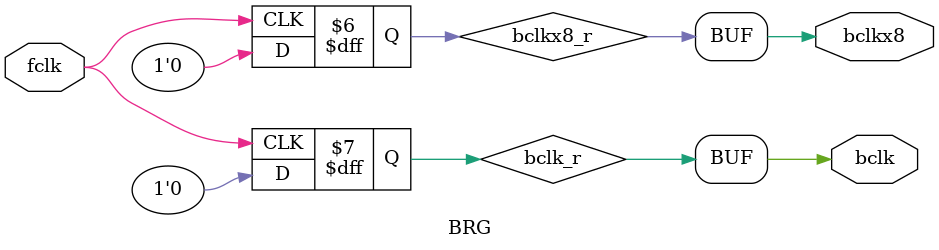
<source format=v>


`define C_samples 8
`define divisor 3

module BRG #(parameter sel=3'b000)
(input fclk,
 //input [2:0]sel,
 output bclk,bclkx8);

reg clkdiv;
reg [7:0]bits;
reg bclkx8_r,bclk_r;

assign bclkx8 = bclkx8_r,
	bclk = bclk_r;

always @ (posedge fclk)
begin
	clkdiv = fclk/(`divisor);
	case(sel)
	3'b000: bclkx8_r = clkdiv >> 1;
	3'b001: bclkx8_r = clkdiv >> 2;
	3'b010: bclkx8_r = clkdiv >> 3;
	3'b011: bclkx8_r = clkdiv >> 4;
	3'b100: bclkx8_r = clkdiv >> 5;
	3'b101: bclkx8_r = clkdiv >> 6;
	3'b110: bclkx8_r = clkdiv >> 7;
	3'b111: bclkx8_r = clkdiv >> 8;
	endcase
	bclk_r = bclkx8_r/`C_samples;
end
endmodule

</source>
